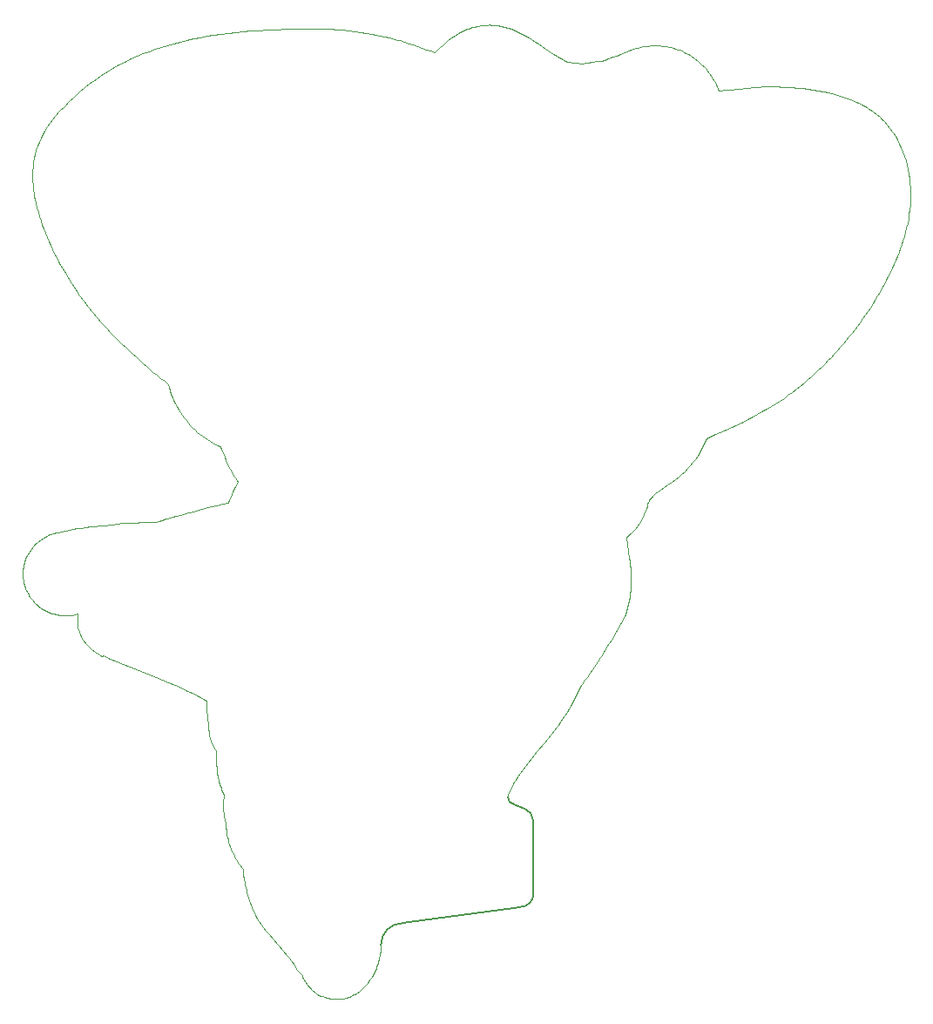
<source format=gm1>
G04 #@! TF.GenerationSoftware,KiCad,Pcbnew,8.0.3*
G04 #@! TF.CreationDate,2024-07-03T11:21:14-05:00*
G04 #@! TF.ProjectId,JiggleBilly,4a696767-6c65-4426-996c-6c792e6b6963,rev?*
G04 #@! TF.SameCoordinates,Original*
G04 #@! TF.FileFunction,Profile,NP*
%FSLAX46Y46*%
G04 Gerber Fmt 4.6, Leading zero omitted, Abs format (unit mm)*
G04 Created by KiCad (PCBNEW 8.0.3) date 2024-07-03 11:21:14*
%MOMM*%
%LPD*%
G01*
G04 APERTURE LIST*
G04 #@! TA.AperFunction,Profile*
%ADD10C,0.100000*%
G04 #@! TD*
G04 #@! TA.AperFunction,Profile*
%ADD11C,0.150000*%
G04 #@! TD*
G04 APERTURE END LIST*
D10*
X163243332Y-76366830D02*
X163346379Y-75926813D01*
X78353700Y-112602153D02*
X78455221Y-112715957D01*
X155615025Y-89247065D02*
X155922433Y-88927722D01*
X132720390Y-60291941D02*
X132207928Y-60355817D01*
X136485275Y-110184869D02*
X136472785Y-109831662D01*
D11*
X127000000Y-141097000D02*
X126980804Y-133985000D01*
D10*
X78331668Y-71709559D02*
X78363276Y-72248877D01*
X83295445Y-83467268D02*
X83709822Y-84012866D01*
X108461848Y-57153119D02*
X107883463Y-57108471D01*
X136590405Y-105926604D02*
X136718434Y-105799269D01*
X82380021Y-63607927D02*
X81891429Y-64065396D01*
X126788728Y-127941690D02*
X127319233Y-127274482D01*
X97251888Y-135574854D02*
X97306465Y-135803155D01*
X129516890Y-59876454D02*
X129368738Y-59791726D01*
X154338205Y-90489224D02*
X154664349Y-90184244D01*
X85018077Y-85599280D02*
X85475512Y-86110841D01*
X141435382Y-59198248D02*
X141233103Y-59114387D01*
X163605907Y-74172364D02*
X163632623Y-73735574D01*
X138750937Y-102278646D02*
X138869945Y-102173516D01*
X100542094Y-144063626D02*
X100756516Y-144360279D01*
X111763192Y-148159166D02*
X111825645Y-147985338D01*
X131243373Y-121660984D02*
X131668055Y-120838337D01*
X104939629Y-149833604D02*
X105032476Y-149956082D01*
X136336081Y-112269764D02*
X136387432Y-111926965D01*
X160092917Y-65149722D02*
X159926375Y-65027522D01*
X145292906Y-63043246D02*
X145038582Y-63087553D01*
X145774142Y-62975519D02*
X145537861Y-63005948D01*
X83780602Y-117061656D02*
X83962410Y-117235137D01*
X163346379Y-75926813D02*
X163434508Y-75487281D01*
X80493588Y-65537105D02*
X80215013Y-65872339D01*
X117402018Y-59366039D02*
X116983235Y-59199011D01*
X142923155Y-60112666D02*
X142750715Y-59975269D01*
X77394524Y-109544030D02*
X77380819Y-109695652D01*
X90274274Y-120030263D02*
X90907028Y-120282157D01*
X136492561Y-59077783D02*
X136278139Y-59152761D01*
X125053224Y-130383956D02*
X125153149Y-130208046D01*
X130250715Y-123441940D02*
X130447442Y-123125858D01*
X129074167Y-59603708D02*
X128927749Y-59500313D01*
X107448025Y-151293968D02*
X107641630Y-151309581D01*
X87858863Y-59963299D02*
X87264170Y-60250514D01*
X96883067Y-133282476D02*
X96923592Y-133561434D01*
X136387432Y-111926965D02*
X136428373Y-111582085D01*
X107837317Y-151314785D02*
X107985123Y-151311663D01*
X126469870Y-128360820D02*
X126788728Y-127941690D01*
X108278999Y-151287028D02*
X108424723Y-151265517D01*
X112026189Y-147262269D02*
X112064008Y-147074563D01*
X119662476Y-57504935D02*
X119335637Y-57702457D01*
X90240237Y-59011027D02*
X89654947Y-59220558D01*
X134546105Y-116461411D02*
X134663031Y-116276828D01*
X139326200Y-101832453D02*
X139683571Y-101600682D01*
X122916632Y-56665710D02*
X122709149Y-56661817D01*
X78467434Y-107213486D02*
X78365705Y-107326249D01*
X113535127Y-58047247D02*
X113025786Y-57928662D01*
X144526813Y-62034385D02*
X144405377Y-61829746D01*
X163139243Y-76786619D02*
X163243332Y-76366830D01*
X121091612Y-56893480D02*
X120902518Y-56951711D01*
X81564556Y-114036841D02*
X81771727Y-114028861D01*
D11*
X126125540Y-132798383D02*
G75*
G02*
X126980804Y-133985000I-395540J-1186617D01*
G01*
D10*
X144146890Y-61437888D02*
X144009840Y-61250840D01*
X80215013Y-65872339D02*
X79955416Y-66214687D01*
X161561954Y-66588989D02*
X161431496Y-66427791D01*
X85065507Y-117973819D02*
X85235518Y-117953695D01*
X162911289Y-77599655D02*
X163028562Y-77197665D01*
X124853027Y-130764226D02*
X125053224Y-130383956D01*
X95242596Y-123158125D02*
X95307339Y-123919360D01*
X138869945Y-102173516D02*
X139057998Y-102023976D01*
X96837060Y-132656210D02*
X96852777Y-132980272D01*
X160194229Y-83359363D02*
X160420102Y-82983603D01*
X77513428Y-111030415D02*
X77555514Y-111173017D01*
X152607905Y-62773344D02*
X152115219Y-62733582D01*
X111935632Y-147629355D02*
X111983166Y-147447200D01*
X99621257Y-142390576D02*
X99716671Y-142615060D01*
X111093902Y-149434598D02*
X111193827Y-149286792D01*
X134663031Y-116276828D02*
X134872943Y-115917722D01*
X110524537Y-150119501D02*
X110647362Y-149990084D01*
X163178103Y-69855914D02*
X163050421Y-69432100D01*
X136449538Y-109476719D02*
X136415536Y-109120389D01*
X138104894Y-103189768D02*
X138154509Y-103057575D01*
X147369820Y-95217622D02*
X147834402Y-94986545D01*
X97369543Y-136031456D02*
X97441017Y-136259063D01*
X109533614Y-150885593D02*
X109661643Y-150813425D01*
X95461494Y-125426910D02*
X95511041Y-125713847D01*
X77398792Y-110446478D02*
X77419262Y-110594284D01*
X83069157Y-105526210D02*
X82651206Y-105590398D01*
X155302759Y-89562905D02*
X155615025Y-89247065D01*
X92162163Y-120806417D02*
X92782289Y-121083639D01*
X83095457Y-116306319D02*
X83601327Y-116871868D01*
X141689705Y-100035536D02*
X141970050Y-99747211D01*
X96617607Y-97702911D02*
X96662365Y-97820184D01*
X133176992Y-60218281D02*
X132720390Y-60291941D01*
X155189997Y-63143587D02*
X154662961Y-63042309D01*
X157942793Y-86596310D02*
X158212383Y-86249765D01*
X94569074Y-96414988D02*
X94811704Y-96605817D01*
X159582882Y-64795439D02*
X159405932Y-64685591D01*
X77779409Y-108212390D02*
X77714943Y-108351522D01*
X130307617Y-60231709D02*
X130120604Y-60155030D01*
X162787423Y-77992277D02*
X162911289Y-77599655D01*
X95059990Y-96786584D02*
X95313758Y-96957984D01*
X77414093Y-109392408D02*
X77394524Y-109544030D01*
X109615497Y-57285297D02*
X109039887Y-57212140D01*
X143255892Y-60406682D02*
X143091779Y-60256482D01*
X139956630Y-58759792D02*
X139733880Y-58726033D01*
X124511963Y-131443231D02*
X124641380Y-131185438D01*
X158087476Y-64026467D02*
X157828296Y-63920123D01*
X139051406Y-58669339D02*
X138819289Y-58665522D01*
X94811704Y-96605817D02*
X95059990Y-96786584D01*
X90906265Y-104774343D02*
X90588899Y-104887800D01*
X93395960Y-121374393D02*
X94002068Y-121680414D01*
X96619376Y-57521040D02*
X95934300Y-57621365D01*
X156225331Y-88604908D02*
X156523372Y-88278660D01*
X78573327Y-107104193D02*
X78467434Y-107213486D01*
X79291018Y-113414044D02*
X79459919Y-113515357D01*
X98048582Y-101533024D02*
X97799359Y-102018077D01*
X96908014Y-131438373D02*
X96891915Y-131687145D01*
X138129528Y-58701676D02*
X137881797Y-58733492D01*
X78361785Y-70427118D02*
X78332362Y-70848573D01*
X139057998Y-102023976D02*
X139326200Y-101832453D01*
X78914946Y-106800602D02*
X78797187Y-106897751D01*
X133273448Y-118481424D02*
X133514933Y-118122319D01*
X85251236Y-105274663D02*
X83938921Y-105418652D01*
X82690899Y-113889382D02*
X82672961Y-114113173D01*
X77776043Y-111725033D02*
X77843909Y-111857920D01*
X137733297Y-104228572D02*
X137843631Y-103954125D01*
X83390444Y-62743089D02*
X82879716Y-63167146D01*
X158855650Y-64381374D02*
X158601674Y-64256919D01*
X87569150Y-105033871D02*
X87119834Y-105061281D01*
X140608225Y-58904891D02*
X140393802Y-58849308D01*
X134293516Y-116822599D02*
X134422586Y-116644607D01*
X133575999Y-117966186D02*
X134160283Y-116991222D01*
X158601674Y-64256919D02*
X158345616Y-64138674D01*
X95572869Y-97118974D02*
X95837185Y-97269902D01*
X151319982Y-92913794D02*
X151725234Y-92627898D01*
X136035612Y-106388411D02*
X136180296Y-106280159D01*
X163434508Y-75487281D02*
X163507023Y-75048270D01*
X92049713Y-58449296D02*
X91437360Y-58625448D01*
X136458559Y-111235470D02*
X136478336Y-110887120D01*
X91942085Y-104490182D02*
X91634885Y-104563738D01*
X84987510Y-61572301D02*
X84444445Y-61945597D01*
X123869737Y-56783361D02*
X123535265Y-56723576D01*
X84571259Y-85078976D02*
X85018077Y-85599280D01*
X98298637Y-101078157D02*
X98048582Y-101533024D01*
X153110306Y-62822786D02*
X152607905Y-62773344D01*
X81749140Y-81204313D02*
X82118828Y-81781900D01*
X79493332Y-66920442D02*
X79290914Y-67283642D01*
X128185944Y-58968281D02*
X127832390Y-58723812D01*
X163564271Y-74609953D02*
X163605907Y-74172364D01*
X101109862Y-57130729D02*
X100278125Y-57173537D01*
X136841952Y-105667077D02*
X136960266Y-105530374D01*
X158212383Y-86249765D02*
X158477115Y-85899888D01*
X150062245Y-93736788D02*
X150488315Y-93468587D01*
X111882894Y-147809081D02*
X111935632Y-147629355D01*
X78322300Y-71276064D02*
X78331668Y-71709559D01*
X92021297Y-93129605D02*
X92163274Y-93430074D01*
X160641117Y-82604686D02*
X160856927Y-82222646D01*
X124641380Y-131185438D02*
X124853027Y-130764226D01*
X79874643Y-77674564D02*
X80050518Y-78073189D01*
X155922433Y-88927722D02*
X156225331Y-88604908D01*
X79633435Y-113607649D02*
X79811253Y-113691267D01*
X163534086Y-71567096D02*
X163468163Y-71137071D01*
X79557658Y-106378696D02*
X79422309Y-106454333D01*
X157668346Y-86939525D02*
X157942793Y-86596310D01*
X91137064Y-91261908D02*
X91518653Y-91548846D01*
X107067755Y-151232208D02*
X107256502Y-151267945D01*
X153645669Y-91111327D02*
X154007550Y-90791081D01*
X114888279Y-58447977D02*
X114469495Y-58314949D01*
X130630985Y-122811857D02*
X130799262Y-122503408D01*
X163619785Y-72431066D02*
X163584742Y-71998439D01*
X149739917Y-62654198D02*
X149327033Y-62667937D01*
X78943397Y-68030374D02*
X78798367Y-68413732D01*
X96923592Y-133561434D02*
X96970016Y-133814716D01*
X152899353Y-91734818D02*
X153276154Y-91425674D01*
X154985983Y-89875101D02*
X155302759Y-89562905D01*
X122496808Y-56665724D02*
X122287590Y-56677274D01*
X163639215Y-72864873D02*
X163619785Y-72431066D01*
X121478822Y-56795064D02*
X121283829Y-56841182D01*
X125212480Y-57201818D02*
X124876621Y-57070496D01*
X131782205Y-120609689D02*
X131888376Y-120380000D01*
X141633844Y-59289013D02*
X141435382Y-59198248D01*
X163290171Y-70281394D02*
X163178103Y-69855914D01*
X158736989Y-85546716D02*
X158992006Y-85190247D01*
X119335637Y-57702457D02*
X119021290Y-57913930D01*
X112060538Y-57735664D02*
X111678880Y-57662584D01*
X79248377Y-76055917D02*
X79393337Y-76464048D01*
X92238599Y-104410380D02*
X91942085Y-104490182D01*
X77372978Y-109846928D02*
X77370896Y-109997856D01*
X124519167Y-131699000D02*
X124511963Y-131443231D01*
X84330815Y-117535953D02*
X84515884Y-117664676D01*
X136321162Y-106167049D02*
X136458212Y-106049429D01*
X161159478Y-66116705D02*
X161017917Y-65966852D01*
X160255989Y-65275981D02*
X160092917Y-65149722D01*
X136428373Y-111582085D02*
X136458559Y-111235470D01*
X108424723Y-151265517D02*
X108569060Y-151238107D01*
X114051406Y-58187756D02*
X113792573Y-58114422D01*
X99998890Y-143189629D02*
X100163628Y-143478995D01*
X106175369Y-150907105D02*
X106345727Y-150991070D01*
X135100550Y-59630424D02*
X134712993Y-59795925D01*
X96840252Y-132312023D02*
X96836019Y-132486545D01*
X77994525Y-112116753D02*
X78077137Y-112242354D01*
X123535265Y-56723576D02*
X123330558Y-56696655D01*
X154662961Y-63042309D02*
X154139396Y-62955950D01*
X157567380Y-63819504D02*
X157305424Y-63724437D01*
X113025786Y-57928662D02*
X112532060Y-57826600D01*
X78408347Y-72731605D02*
X78436277Y-72954597D01*
X160723694Y-65678735D02*
X160571377Y-65540505D01*
X100756516Y-144360279D02*
X100988183Y-144660401D01*
X150488315Y-93468587D02*
X150907445Y-93194140D01*
X93580995Y-104015191D02*
X93450884Y-104041560D01*
X79696235Y-106308262D02*
X79557658Y-106378696D01*
X91254858Y-104664010D02*
X90906265Y-104774343D01*
X106345727Y-150991070D02*
X106520596Y-151065667D01*
X142393344Y-59719940D02*
X142209107Y-59602146D01*
X104770381Y-149578240D02*
X104852229Y-149707657D01*
X98176784Y-137838434D02*
X98315292Y-138061184D01*
X150435923Y-62651457D02*
X150156272Y-62649340D01*
X142574111Y-59844326D02*
X142393344Y-59719940D01*
X136936326Y-58939484D02*
X136711841Y-59006413D01*
X80948109Y-65030055D02*
X80493588Y-65537105D01*
X129005468Y-125208323D02*
X129276099Y-124877669D01*
X82898382Y-115666522D02*
X83095457Y-116306319D01*
X95307339Y-123919360D02*
X95372915Y-124590037D01*
X105543135Y-150482423D02*
X105693092Y-150601778D01*
X96153024Y-127159638D02*
X96185639Y-128308082D01*
X124204902Y-56861174D02*
X123869737Y-56783361D01*
X110028035Y-150565347D02*
X110129001Y-150484852D01*
X120001804Y-57323317D02*
X119830752Y-57412015D01*
X91893094Y-92823584D02*
X92021297Y-93129605D01*
X95091668Y-103591203D02*
X93580995Y-104015191D01*
X107307506Y-57078435D02*
X106735365Y-57063252D01*
X77713208Y-111590065D02*
X77776043Y-111725033D01*
X78175188Y-107562877D02*
X78086644Y-107686396D01*
X96662365Y-97820184D02*
X96973243Y-98628953D01*
X111696228Y-148329871D02*
X111763192Y-148159166D01*
X84700503Y-117780214D02*
X84883976Y-117882915D01*
X130401643Y-60272997D02*
X130307617Y-60231709D01*
X146918076Y-62863069D02*
X146001749Y-62951891D01*
X121877481Y-56722344D02*
X121676590Y-56755368D01*
X92361424Y-104377419D02*
X92238599Y-104410380D01*
X103736920Y-148016564D02*
X103973583Y-148361098D01*
X98046570Y-137614644D02*
X98176784Y-137838434D01*
X77923398Y-107943147D02*
X77848940Y-108076381D01*
X109268535Y-151014316D02*
X109402462Y-150952557D01*
X92163274Y-93430074D02*
X92319094Y-93724645D01*
X138638521Y-58667604D02*
X138381769Y-58679401D01*
X98879452Y-139698151D02*
X98923377Y-139959066D01*
X162656966Y-78375150D02*
X162787423Y-77992277D01*
X105032476Y-149956082D02*
X105130666Y-150074743D01*
X125547992Y-57350790D02*
X125212480Y-57201818D01*
X83912066Y-62335895D02*
X83390444Y-62743089D01*
X137950843Y-103657820D02*
X138056319Y-103338268D01*
X150907445Y-93194140D02*
X151319982Y-92913794D01*
X79161567Y-106618446D02*
X79036452Y-106707269D01*
X82499827Y-82351681D02*
X82892067Y-82913517D01*
X136472785Y-109831662D02*
X136449538Y-109476719D01*
X91440934Y-104611965D02*
X91254858Y-104664010D01*
X78798367Y-68413732D02*
X78672558Y-68803613D01*
X78455221Y-112715957D02*
X78561322Y-112826638D01*
X142235129Y-99451599D02*
X142484595Y-99148008D01*
X103973583Y-148361098D02*
X104162365Y-148625483D01*
X93450884Y-104041560D02*
X92674383Y-104283392D01*
X110879827Y-149719454D02*
X110989120Y-149578934D01*
X97063106Y-134239050D02*
X97106476Y-134429533D01*
X151165931Y-62677722D02*
X150712799Y-62659055D01*
X106881783Y-151186409D02*
X107067755Y-151232208D01*
X134497530Y-59878814D02*
X134238696Y-59965138D01*
X79955416Y-66214687D02*
X79714867Y-66564078D01*
X147708108Y-62785314D02*
X146918076Y-62863069D01*
X140413926Y-101110425D02*
X140756030Y-100853673D01*
X97315937Y-57431327D02*
X96619376Y-57521040D01*
X110187290Y-57372346D02*
X109615497Y-57285297D01*
X142718447Y-98836783D02*
X142936687Y-98517925D01*
X137881797Y-58733492D02*
X137638230Y-58774052D01*
X79993130Y-113766211D02*
X80178859Y-113831786D01*
X136478336Y-110887120D02*
X136487357Y-110536688D01*
X79811253Y-113691267D02*
X79993130Y-113766211D01*
X85235518Y-117953695D02*
X85852625Y-118241327D01*
X96634816Y-130806902D02*
X96696853Y-130971015D01*
X132207928Y-60355817D02*
X131637869Y-60407272D01*
X92488759Y-94013664D02*
X92666126Y-94291928D01*
X80756377Y-113975082D02*
X80954840Y-114004227D01*
X133514933Y-118122319D02*
X133575999Y-117966186D01*
X81414113Y-64539485D02*
X80948109Y-65030055D01*
X144950454Y-62878335D02*
X144855733Y-62668111D01*
X89515919Y-104964132D02*
X89335221Y-104976275D01*
X107641630Y-151309581D02*
X107837317Y-151314785D01*
X95313758Y-96957984D02*
X95572869Y-97118974D01*
X78860404Y-74818685D02*
X78981910Y-75233166D01*
X161861729Y-80266023D02*
X162047701Y-79865560D01*
X131888376Y-120380000D02*
X131928623Y-120340794D01*
X161067880Y-81837484D02*
X161273628Y-81449198D01*
X103787889Y-57056243D02*
X102864970Y-57072058D01*
X137073376Y-105388813D02*
X137109460Y-105340585D01*
X96850314Y-132132991D02*
X96840252Y-132312023D01*
X84883976Y-117882915D02*
X85065507Y-117973819D01*
X140393802Y-58849308D02*
X140176604Y-58800907D01*
X125973714Y-129044682D02*
X126469870Y-128360820D01*
X77509403Y-108934418D02*
X77471688Y-109086387D01*
X154007550Y-90791081D02*
X154338205Y-90489224D01*
X105693092Y-150601778D02*
X105848531Y-150712459D01*
X130120604Y-60155030D02*
X129967594Y-60094312D01*
X96191537Y-128435070D02*
X96228940Y-128890284D01*
X96833382Y-131286404D02*
X96908014Y-131438373D01*
X89003977Y-119535842D02*
X90274274Y-120030263D01*
X138154509Y-103057575D02*
X138210023Y-102935792D01*
X163468163Y-71137071D02*
X163386974Y-70708469D01*
X161273628Y-81449198D02*
X161474866Y-81057860D01*
X90302551Y-104997440D02*
X90023906Y-104970030D01*
X93241007Y-95077796D02*
X93446374Y-95322752D01*
X103405189Y-147533940D02*
X103736920Y-148016564D01*
X93042406Y-94824167D02*
X93241007Y-95077796D01*
X80280415Y-106075104D02*
X80130111Y-106125760D01*
X115307062Y-58586797D02*
X114888279Y-58447977D01*
X98149513Y-100876225D02*
X98298637Y-101078157D01*
X105399215Y-150354741D02*
X105543135Y-150482423D01*
X92599752Y-104309414D02*
X92361424Y-104377419D01*
X159242166Y-84830517D02*
X159487468Y-84467560D01*
X78268244Y-107442828D02*
X78175188Y-107562877D01*
X78256794Y-112485227D02*
X78353700Y-112602153D01*
X139683571Y-101600682D02*
X140056208Y-101359543D01*
X98744622Y-57283503D02*
X98024260Y-57352167D01*
X91536695Y-120539950D02*
X92162163Y-120806417D01*
X95260465Y-57732354D02*
X94597524Y-57854068D01*
X78410533Y-70011839D02*
X78361785Y-70427118D01*
X122287590Y-56677274D02*
X122081148Y-56696229D01*
X127489938Y-58493221D02*
X127157549Y-58276047D01*
X159225859Y-64579941D02*
X159042316Y-64478524D01*
X82720738Y-115203674D02*
X82898382Y-115666522D01*
X144278389Y-61630868D02*
X144146890Y-61437888D01*
X94599502Y-122004823D02*
X94894593Y-122174488D01*
X96522886Y-130465839D02*
X96576839Y-130638626D01*
X149190330Y-94255497D02*
X149629584Y-93999092D01*
X101237406Y-144964340D02*
X102141762Y-146021186D01*
X135471799Y-59471585D02*
X135100550Y-59630424D01*
X98751423Y-138624997D02*
X98805896Y-139167646D01*
X88463548Y-59693571D02*
X87858863Y-59963299D01*
X99025419Y-140471529D02*
X99083500Y-140722729D01*
X156778736Y-63550227D02*
X156249272Y-63396245D01*
X143415841Y-60563162D02*
X143255892Y-60406682D01*
X128927749Y-59500313D02*
X128185944Y-58968281D01*
X77383872Y-110297978D02*
X77398792Y-110446478D01*
X93303391Y-58129889D02*
X92671608Y-58284111D01*
X158992006Y-85190247D02*
X159242166Y-84830517D01*
X163584742Y-71998439D02*
X163534086Y-71567096D01*
X100278125Y-57173537D02*
X99477267Y-57225283D01*
X94332272Y-96214791D02*
X94569074Y-96414988D01*
X93876746Y-95786987D02*
X94101438Y-96005573D01*
X97725109Y-100201037D02*
X97862541Y-100438706D01*
X153276154Y-91425674D02*
X153645669Y-91111327D01*
X81155870Y-114024350D02*
X81359189Y-114035453D01*
X137399520Y-58822453D02*
X137165668Y-58877898D01*
X78787091Y-113037243D02*
X78906584Y-113137516D01*
X95837185Y-97269902D02*
X96106532Y-97410769D01*
X161688595Y-66753866D02*
X161561954Y-66588989D01*
X97205777Y-135346206D02*
X97251888Y-135574854D01*
X82669526Y-114522588D02*
X82680490Y-114706478D01*
X163507023Y-75048270D02*
X163564271Y-74609953D01*
X77374539Y-110148438D02*
X77383872Y-110297978D01*
X131300275Y-60385031D02*
X130932842Y-60344784D01*
X95430997Y-125127134D02*
X95443799Y-125278757D01*
X78086644Y-107686396D02*
X78002644Y-107813384D01*
X85541122Y-61216075D02*
X84987510Y-61572301D01*
X112096969Y-146884427D02*
X112125073Y-146691517D01*
X77419262Y-110594284D02*
X77445215Y-110741049D01*
X141028049Y-59037500D02*
X140819524Y-58967657D01*
X97440080Y-102795619D02*
X97327144Y-103067290D01*
X142936687Y-98517925D02*
X143139659Y-98191780D01*
X107256502Y-151267945D02*
X107448025Y-151293968D01*
X90907028Y-120282157D02*
X91536695Y-120539950D01*
X87103388Y-118780852D02*
X87734755Y-119037257D01*
X77476615Y-110886426D02*
X77513428Y-111030415D01*
X103099204Y-147107871D02*
X103231084Y-147286556D01*
X95934300Y-57621365D02*
X95260465Y-57732354D01*
X109132526Y-151070177D02*
X109268535Y-151014316D01*
X129276099Y-124877669D02*
X129394760Y-124717025D01*
X108712702Y-151204798D02*
X108854262Y-151165592D01*
X77848940Y-108076381D02*
X77779409Y-108212390D01*
X77471688Y-109086387D02*
X77439629Y-109240438D01*
X88406404Y-105010972D02*
X87999140Y-105018952D01*
X109787243Y-150736053D02*
X109909374Y-150653129D01*
X98024260Y-57352167D02*
X97315937Y-57431327D01*
X143139659Y-98191780D02*
X143326672Y-97857656D01*
X78746808Y-74402227D02*
X78860404Y-74818685D01*
X159487468Y-84467560D02*
X159728260Y-84101376D01*
X80560726Y-113936569D02*
X80756377Y-113975082D01*
X96770582Y-103189421D02*
X96212286Y-103317450D01*
X98923377Y-139959066D02*
X98972021Y-140216859D01*
X162228468Y-79462078D02*
X162377661Y-79110362D01*
X97811225Y-137164981D02*
X97924716Y-137390159D01*
X96891915Y-131687145D02*
X96866725Y-131949448D01*
X83498522Y-105468267D02*
X83069157Y-105526210D01*
X111193827Y-149286792D02*
X111289242Y-149135517D01*
X161297569Y-66270374D02*
X161159478Y-66116705D01*
X125882810Y-57517321D02*
X125547992Y-57350790D01*
X159405932Y-64685591D02*
X159225859Y-64579941D01*
X86888966Y-105081752D02*
X86654593Y-105107774D01*
X162377661Y-79110362D02*
X162520263Y-78747961D01*
X137109460Y-105340585D02*
X137246857Y-105146981D01*
X84135128Y-84550137D02*
X84571259Y-85078976D01*
X97306465Y-135803155D02*
X97369543Y-136031456D01*
X80178859Y-113831786D02*
X80368127Y-113888688D01*
X78436277Y-72954597D02*
X78467990Y-73166869D01*
X79459919Y-113515357D02*
X79633435Y-113607649D01*
X110129001Y-150484852D02*
X110265357Y-150366885D01*
X163050421Y-69432100D02*
X163050421Y-69432100D01*
X82651206Y-105590398D02*
X82245053Y-105659444D01*
X77601452Y-108637765D02*
X77552704Y-108784877D01*
X117639340Y-59111993D02*
X117402018Y-59366039D01*
X87119834Y-105061281D02*
X86888966Y-105081752D01*
X89078122Y-59441329D02*
X88463548Y-59693571D01*
X137376967Y-104940885D02*
X137500833Y-104720217D01*
X137638230Y-58774052D02*
X137399520Y-58822453D01*
X78478607Y-69602771D02*
X78410533Y-70011839D01*
X95578594Y-125987947D02*
X95663218Y-126248516D01*
X96009799Y-126951808D02*
X96153024Y-127159638D01*
X138056319Y-103338268D02*
X138104894Y-103189768D01*
X105261610Y-150218732D02*
X105399215Y-150354741D01*
X83962410Y-117235137D02*
X84146092Y-117393004D01*
X109909374Y-150653129D02*
X110028035Y-150565347D01*
X78641089Y-73983895D02*
X78746808Y-74402227D01*
X137246857Y-105146981D02*
X137376967Y-104940885D01*
X84515884Y-117664676D02*
X84700503Y-117780214D01*
X79837900Y-106242340D02*
X79696235Y-106308262D01*
D11*
X114300000Y-143925554D02*
X125730000Y-142367000D01*
D10*
X127157549Y-58276047D02*
X126834874Y-58071940D01*
X91778770Y-92512359D02*
X91893094Y-92823584D01*
X146001749Y-62951891D02*
X145774142Y-62975519D01*
X80130111Y-106125760D02*
X79982583Y-106181621D01*
X139733880Y-58726033D02*
X139509049Y-58699629D01*
X97609328Y-136713236D02*
X97706096Y-136939456D01*
X96228940Y-128890284D02*
X96280325Y-129319129D01*
X87918228Y-88534093D02*
X88444882Y-89005684D01*
X81044217Y-80026238D02*
X81390902Y-80619057D01*
X94301947Y-121840363D02*
X94599502Y-122004823D01*
X141393747Y-100315882D02*
X141689705Y-100035536D01*
X82892067Y-82913517D02*
X83295445Y-83467268D01*
X79714867Y-66564078D02*
X79493332Y-66920442D01*
X86679574Y-60555112D02*
X86105178Y-60876989D01*
D11*
X125152384Y-132398377D02*
G75*
G02*
X124519167Y-131699000I69616J699377D01*
G01*
D10*
X142209107Y-59602146D02*
X142021054Y-59491014D01*
X112532060Y-57826600D02*
X112060538Y-57735664D01*
X80954840Y-114004227D02*
X81155870Y-114024350D01*
X136200766Y-112949462D02*
X136273628Y-112610827D01*
X90834305Y-58812704D02*
X90240237Y-59011027D01*
X78797187Y-106897751D02*
X78683280Y-106999064D01*
X96973243Y-98628953D02*
X97120875Y-98994304D01*
X160856927Y-82222646D02*
X161067880Y-81837484D01*
X118153538Y-58612472D02*
X117889847Y-58860133D01*
X77445215Y-110741049D02*
X77476615Y-110886426D01*
X160571377Y-65540505D02*
X160415244Y-65406265D01*
X77602909Y-111313883D02*
X77655474Y-111453015D01*
X111825645Y-147985338D02*
X111882894Y-147809081D01*
X144405377Y-61829746D02*
X144278389Y-61630868D01*
X95763941Y-126496246D02*
X95879792Y-126730793D01*
X150712799Y-62659055D02*
X150435923Y-62651457D01*
X136117148Y-113286015D02*
X136200766Y-112949462D01*
X98519444Y-138354020D02*
X98632103Y-138492458D01*
X154139396Y-62955950D02*
X153621381Y-62883227D01*
X160415244Y-65406265D02*
X160255989Y-65275981D01*
X157828296Y-63920123D02*
X157567380Y-63819504D01*
X137619147Y-104483589D02*
X137733297Y-104228572D01*
X95879792Y-126730793D02*
X96009799Y-126951808D01*
X81980459Y-114011166D02*
X82190476Y-113984103D01*
X144643393Y-62244782D02*
X144526813Y-62034385D01*
X137843631Y-103954125D02*
X137950843Y-103657820D01*
X82245053Y-105659444D02*
X81469870Y-105806555D01*
X154664349Y-90184244D02*
X154985983Y-89875101D01*
X161431496Y-66427791D02*
X161297569Y-66270374D01*
X119830752Y-57412015D02*
X119662476Y-57504935D01*
X136458212Y-106049429D02*
X136590405Y-105926604D01*
X86910477Y-87592230D02*
X87409304Y-88067811D01*
X93446374Y-95322752D02*
X93658333Y-95559380D01*
X134422586Y-116644607D02*
X134546105Y-116461411D01*
X99083500Y-140722729D02*
X99146300Y-140971154D01*
X146460780Y-95649937D02*
X147369820Y-95217622D01*
X157305424Y-63724437D02*
X157042427Y-63634712D01*
X145038582Y-63087553D02*
X144950454Y-62878335D01*
D11*
X127000000Y-141097000D02*
G75*
G02*
X125730000Y-142367000I-1270000J0D01*
G01*
D10*
X163386974Y-70708469D02*
X163290171Y-70281394D01*
X144855733Y-62668111D02*
X144753380Y-62456915D01*
X89708552Y-104959274D02*
X89515919Y-104964132D01*
X112147973Y-146496177D02*
X112176078Y-146097171D01*
X143794377Y-96811913D02*
X144671497Y-96447602D01*
X159756363Y-64909416D02*
X159582882Y-64795439D01*
X100163628Y-143478995D02*
X100344568Y-143770097D01*
X161930774Y-67094617D02*
X161811766Y-66922420D01*
X81469870Y-105806555D02*
X80746871Y-105954708D01*
X120352930Y-57159565D02*
X120175979Y-57239085D01*
X105848531Y-150712459D02*
X106009521Y-150814119D01*
X96763018Y-131130618D02*
X96833382Y-131286404D01*
X99285987Y-141457595D02*
X99362839Y-141695958D01*
X137500833Y-104720217D02*
X137619147Y-104483589D01*
X156523372Y-88278660D02*
X156816901Y-87948976D01*
X140056208Y-101359543D02*
X140413926Y-101110425D01*
X97295050Y-99377350D02*
X97496288Y-99779132D01*
X96309886Y-97504449D02*
X96521845Y-97592230D01*
X85475512Y-86110841D02*
X85943459Y-86613624D01*
X124876621Y-57070496D02*
X124540414Y-56956915D01*
X102864970Y-57072058D02*
X101972202Y-57096893D01*
X78565937Y-69199983D02*
X78478607Y-69602771D01*
X99362839Y-141695958D02*
X99444341Y-141930851D01*
X79158617Y-113325916D02*
X79291018Y-113414044D01*
X109402462Y-150952557D02*
X109533614Y-150885593D01*
X111547728Y-148661567D02*
X111624407Y-148497454D01*
X152123893Y-92335756D02*
X152515267Y-92038062D01*
X85852625Y-118241327D02*
X86475630Y-118516467D01*
X97924716Y-137390159D02*
X98046570Y-137614644D01*
X156249272Y-63396245D02*
X155719461Y-63261138D01*
X86475630Y-118516467D02*
X87103388Y-118780852D01*
X96346109Y-129723687D02*
X96426812Y-130105345D01*
X82879716Y-63167146D02*
X82380021Y-63607927D01*
X97496288Y-99779132D02*
X97725109Y-100201037D01*
X78332362Y-70848573D02*
X78322300Y-71276064D01*
X118719086Y-58137391D02*
X118429720Y-58370882D01*
X96521845Y-97592230D02*
X96591931Y-97633865D01*
X90383116Y-90668603D02*
X90758494Y-90968725D01*
X152115219Y-62733582D02*
X151633983Y-62702148D01*
X97106476Y-134429533D02*
X97118481Y-134658874D01*
X132746760Y-119235026D02*
X133273448Y-118481424D01*
X104500930Y-149029000D02*
X104559393Y-149170907D01*
X151633983Y-62702148D02*
X151165931Y-62677722D01*
X97139056Y-134888216D02*
X97168166Y-135117211D01*
X162520263Y-78747961D02*
X162656966Y-78375150D01*
X91678221Y-92195930D02*
X91778770Y-92512359D01*
X112064008Y-147074563D02*
X112096969Y-146884427D01*
X136180296Y-106280159D02*
X136321162Y-106167049D01*
X135864213Y-59310108D02*
X135471799Y-59471585D01*
X99477267Y-57225283D02*
X98744622Y-57283503D01*
X140756030Y-100853673D02*
X141082522Y-100588594D01*
X124540414Y-56956915D02*
X124204902Y-56861174D01*
X106520596Y-151065667D02*
X106699281Y-151130895D01*
X129394760Y-124717025D02*
X129632082Y-124364859D01*
X79982583Y-106181621D02*
X79837900Y-106242340D01*
X79036452Y-106707269D02*
X78914946Y-106800602D01*
X108132234Y-151302295D02*
X108278999Y-151287028D01*
X78467990Y-73166869D02*
X78503623Y-73369529D01*
X99850009Y-142901998D02*
X99998890Y-143189629D01*
X120175979Y-57239085D02*
X120001804Y-57323317D01*
X138358523Y-102699858D02*
X138461918Y-102574257D01*
X161670553Y-80663468D02*
X161861729Y-80266023D01*
X80623977Y-79253311D02*
X80830315Y-79641214D01*
X78672558Y-68803613D02*
X78565937Y-69199983D01*
X113792573Y-58114422D02*
X113535127Y-58047247D01*
X95443799Y-125278757D02*
X95461494Y-125426910D01*
X80050518Y-78073189D02*
X80234026Y-78469211D01*
X110397202Y-150245101D02*
X110524537Y-150119501D01*
X82666438Y-114324473D02*
X82669526Y-114522588D01*
X149327033Y-62667937D02*
X148917618Y-62689241D01*
X117889847Y-58860133D02*
X117639340Y-59111993D01*
X110752144Y-57473049D02*
X110187290Y-57372346D01*
X131996281Y-120259951D02*
X132197519Y-119996954D01*
X135917992Y-113952529D02*
X136022775Y-113620487D01*
X155719461Y-63261138D02*
X155189997Y-63143587D01*
X87264170Y-60250514D02*
X86679574Y-60555112D01*
X134238696Y-59965138D02*
X133934064Y-60052225D01*
X123124115Y-56677343D02*
X122916632Y-56665710D01*
X143326672Y-97857656D02*
X143498071Y-97516592D01*
X138210023Y-102935792D02*
X138276293Y-102818519D01*
X163632623Y-73735574D02*
X163643726Y-73299720D01*
X139509049Y-58699629D02*
X139281442Y-58680719D01*
X97120875Y-98994304D02*
X97295050Y-99377350D01*
X107985123Y-151311663D02*
X108132234Y-151302295D01*
X134712993Y-59795925D02*
X134497530Y-59878814D01*
X140176604Y-58800907D02*
X139956630Y-58759792D01*
X98413725Y-138210031D02*
X98519444Y-138354020D01*
X111309019Y-57587164D02*
X110752144Y-57473049D01*
X136415536Y-109120389D02*
X136371125Y-108762672D01*
X108569060Y-151238107D02*
X108712702Y-151204798D01*
X79030450Y-113233624D02*
X79158617Y-113325916D01*
X79107579Y-67653642D02*
X78943397Y-68030374D01*
X90588899Y-104887800D02*
X90302551Y-104997440D01*
X148511325Y-62716789D02*
X147708108Y-62785314D01*
X136960266Y-105530374D02*
X137073376Y-105388813D01*
X114469495Y-58314949D02*
X114051406Y-58187756D01*
X138819289Y-58665522D02*
X138638521Y-58667604D01*
X87409304Y-88067811D02*
X87918228Y-88534093D01*
D11*
X112176078Y-146097171D02*
G75*
G02*
X114300000Y-143925554I2123922J47171D01*
G01*
D10*
X94597524Y-57854068D02*
X93945271Y-57986559D01*
X130447442Y-123125858D02*
X130630985Y-122811857D01*
X88970113Y-89468254D02*
X89492638Y-89920553D01*
X148292739Y-94749223D02*
X148744830Y-94505309D01*
X120716546Y-57015631D02*
X120533350Y-57084996D01*
X81771727Y-114028861D02*
X81980459Y-114011166D01*
X89492638Y-89920553D02*
X90011103Y-90361542D01*
X111624407Y-148497454D02*
X111696228Y-148329871D01*
X88444882Y-89005684D02*
X88970113Y-89468254D01*
X141233103Y-59114387D02*
X141028049Y-59037500D01*
X78503623Y-73369529D02*
X78543315Y-73563724D01*
X127319233Y-127274482D02*
X128058609Y-126362666D01*
X79111222Y-75645600D02*
X79248377Y-76055917D01*
X141829184Y-59386614D02*
X141633844Y-59289013D01*
X105723277Y-57051813D02*
X104740750Y-57049488D01*
X143091779Y-60256482D02*
X142923155Y-60112666D01*
X157389389Y-87279409D02*
X157668346Y-86939525D01*
X136718434Y-105799269D02*
X136841952Y-105667077D01*
X78164606Y-112365178D02*
X78256794Y-112485227D01*
X77714943Y-108351522D02*
X77655578Y-108493429D01*
X92674383Y-104283392D02*
X92599752Y-104309414D01*
X95187082Y-122349357D02*
X95242596Y-123158125D01*
X162904350Y-69009015D02*
X162741971Y-68598975D01*
X98004067Y-100663538D02*
X98149513Y-100876225D01*
X136711841Y-59006413D02*
X136492561Y-59077783D01*
X94002068Y-121680414D02*
X94301947Y-121840363D01*
X153621381Y-62883227D02*
X153110306Y-62822786D01*
X143571280Y-60725887D02*
X143415841Y-60563162D01*
X129221279Y-59700822D02*
X129074167Y-59603708D01*
X96280325Y-129319129D02*
X96346109Y-129723687D01*
X92319094Y-93724645D02*
X92488759Y-94013664D01*
X83601327Y-116871868D02*
X83780602Y-117061656D01*
X131668055Y-120838337D02*
X131782205Y-120609689D01*
X80433391Y-106029652D02*
X80280415Y-106075104D01*
X157105574Y-87615893D02*
X157389389Y-87279409D01*
X162367946Y-67819074D02*
X162157340Y-67449768D01*
X111466192Y-148822904D02*
X111547728Y-148661567D01*
X96576839Y-130638626D02*
X96634816Y-130806902D01*
X94101438Y-96005573D02*
X94332272Y-96214791D01*
X111380146Y-148980772D02*
X111466192Y-148822904D01*
X80588899Y-105989404D02*
X80433391Y-106029652D01*
X143498071Y-97516592D02*
X143654204Y-97167896D01*
X92666126Y-94291928D02*
X92850744Y-94561864D01*
X92782289Y-121083639D02*
X93395960Y-121374393D01*
X132197519Y-119996954D02*
X132458434Y-119639236D01*
X90023906Y-104970030D02*
X89870583Y-104962050D01*
X86105178Y-60876989D02*
X85541122Y-61216075D01*
X98632103Y-138492458D02*
X98751423Y-138624997D01*
X91591515Y-91874643D02*
X91678221Y-92195930D01*
X157042427Y-63634712D02*
X156778736Y-63550227D01*
X80368127Y-113888688D02*
X80560726Y-113936569D01*
X121283829Y-56841182D02*
X121091612Y-56893480D01*
X160872540Y-65820850D02*
X160723694Y-65678735D01*
X86654593Y-105107774D02*
X85251236Y-105274663D01*
X99444341Y-141930851D02*
X99530491Y-142162622D01*
X82190476Y-113984103D02*
X82401533Y-113947325D01*
X109039887Y-57212140D02*
X108461848Y-57153119D01*
X99213819Y-141216109D02*
X99285987Y-141457595D01*
X78365705Y-107326249D02*
X78268244Y-107442828D01*
X99530491Y-142162622D02*
X99621257Y-142390576D01*
X143654204Y-97167896D02*
X143794377Y-96811913D01*
X142750715Y-59975269D02*
X142574111Y-59844326D01*
X100344568Y-143770097D02*
X100542094Y-144063626D01*
X77555514Y-111173017D02*
X77602909Y-111313883D01*
X125153149Y-130208046D02*
X125254809Y-130040116D01*
X125469579Y-129727157D02*
X125973714Y-129044682D01*
X102141762Y-146021186D02*
X103099204Y-147107871D01*
X108854262Y-151165592D02*
X108994435Y-151120833D01*
X144009840Y-61250840D02*
X143868280Y-61069796D01*
X162562939Y-68202224D02*
X162367946Y-67819074D01*
X139281442Y-58680719D02*
X139051406Y-58669339D01*
X92671608Y-58284111D02*
X92049713Y-58449296D01*
X130799262Y-122503408D02*
X131243373Y-121660984D01*
X136022775Y-113620487D02*
X136117148Y-113286015D01*
X121676590Y-56755368D02*
X121478822Y-56795064D01*
X105130666Y-150074743D02*
X105261610Y-150218732D01*
X123330558Y-56696655D02*
X123124115Y-56677343D01*
X120902518Y-56951711D02*
X120716546Y-57015631D01*
X96185639Y-128308082D02*
X96191537Y-128435070D01*
X138276293Y-102818519D02*
X138358523Y-102699858D01*
X93945271Y-57986559D02*
X93303391Y-58129889D01*
X78363276Y-72248877D02*
X78408347Y-72731605D01*
X104162365Y-148625483D02*
X104329427Y-148838517D01*
X161017917Y-65966852D02*
X160872540Y-65820850D01*
X85943459Y-86613624D02*
X86421816Y-87107455D01*
X110989120Y-149578934D02*
X111093902Y-149434598D01*
X98805896Y-139167646D02*
X98879452Y-139698151D01*
X94894593Y-122174488D02*
X95187082Y-122349357D01*
X143868280Y-61069796D02*
X143722209Y-60894788D01*
X159926375Y-65027522D02*
X159756363Y-64909416D01*
X116145322Y-58881610D02*
X115726192Y-58731376D01*
X130042538Y-123756288D02*
X130250715Y-123441940D01*
X112125073Y-146691517D02*
X112147973Y-146496177D01*
X140819524Y-58967657D02*
X140608225Y-58904891D01*
X115726192Y-58731376D02*
X115307062Y-58586797D01*
X137165668Y-58877898D02*
X136936326Y-58939484D01*
X91634885Y-104563738D02*
X91440934Y-104611965D01*
X144671497Y-96447602D02*
X145560760Y-96060046D01*
X125359939Y-129880167D02*
X125469579Y-129727157D01*
X161811766Y-66922420D02*
X161688595Y-66753866D01*
X82672961Y-114113173D02*
X82666438Y-114324473D01*
X104559393Y-149170907D02*
X104623859Y-149309692D01*
X132458434Y-119639236D02*
X132746760Y-119235026D01*
X80234026Y-78469211D02*
X80425202Y-78862631D01*
X90011103Y-90361542D02*
X90383116Y-90668603D01*
X101972202Y-57096893D02*
X101109862Y-57130729D01*
X111678880Y-57662584D02*
X111309019Y-57587164D01*
X145560760Y-96060046D02*
X146460780Y-95649937D01*
X83938921Y-105418652D02*
X83498522Y-105468267D01*
X151725234Y-92627898D02*
X152123893Y-92335756D01*
X125254809Y-130040116D02*
X125359939Y-129880167D01*
X104623859Y-149309692D02*
X104694223Y-149445701D01*
X109661643Y-150813425D02*
X109787243Y-150736053D01*
X126216935Y-57701315D02*
X125882810Y-57517321D01*
X148917618Y-62689241D02*
X148511325Y-62716789D01*
X106735365Y-57063252D02*
X105723277Y-57051813D01*
X126521567Y-57880493D02*
X126216935Y-57701315D01*
X82118828Y-81781900D02*
X82499827Y-82351681D01*
X89124164Y-104990154D02*
X88896973Y-104999522D01*
X122081148Y-56696229D02*
X121877481Y-56722344D01*
X126834874Y-58071940D02*
X126521567Y-57880493D01*
X96212286Y-103317450D02*
X95652532Y-103451377D01*
X80425202Y-78862631D02*
X80623977Y-79253311D01*
X145537861Y-63005948D02*
X145292906Y-63043246D01*
X131637869Y-60407272D02*
X131527535Y-60402831D01*
X79422309Y-106454333D02*
X79290220Y-106534135D01*
X81891429Y-64065396D02*
X81414113Y-64539485D01*
X97520957Y-136486323D02*
X97609328Y-136713236D01*
X158345616Y-64138674D02*
X158087476Y-64026467D01*
X77370896Y-109997856D02*
X77374539Y-110148438D01*
X97556902Y-102530193D02*
X97440080Y-102795619D01*
D11*
X126125540Y-132798383D02*
X125152384Y-132398377D01*
D10*
X135042607Y-115598170D02*
X135917992Y-113952529D01*
X99716671Y-142615060D02*
X99850009Y-142901998D01*
X111289242Y-149135517D02*
X111380146Y-148980772D01*
X108994435Y-151120833D02*
X109132526Y-151070177D01*
X118429720Y-58370882D02*
X118153538Y-58612472D01*
X136315611Y-108403913D02*
X136035612Y-106388411D01*
X89335221Y-104976275D02*
X89124164Y-104990154D01*
X97168166Y-135117211D02*
X97205777Y-135346206D01*
X82401533Y-113947325D02*
X82438657Y-113940039D01*
X96866725Y-131949448D02*
X96850314Y-132132991D01*
X78981910Y-75233166D02*
X79111222Y-75645600D01*
X78683280Y-106999064D02*
X78573327Y-107104193D01*
X78543315Y-73563724D02*
X78641089Y-73983895D01*
X97862541Y-100438706D02*
X98004067Y-100663538D01*
X95511041Y-125713847D02*
X95578594Y-125987947D01*
X82438657Y-113940039D02*
X82690899Y-113889382D01*
X142484595Y-99148008D02*
X142718447Y-98836783D01*
X77916736Y-111988724D02*
X77994525Y-112116753D01*
X159728260Y-84101376D02*
X159963847Y-83731966D01*
X78561322Y-112826638D02*
X78671969Y-112933849D01*
X87999140Y-105018952D02*
X87569150Y-105033871D01*
X133934064Y-60052225D02*
X133580856Y-60137509D01*
X122709149Y-56661817D02*
X122496808Y-56665724D01*
X110647362Y-149990084D02*
X110766023Y-149856504D01*
X77843909Y-111857920D02*
X77916736Y-111988724D01*
X128058609Y-126362666D02*
X129005468Y-125208323D01*
X96970016Y-133814716D02*
X97063106Y-134239050D01*
X104329427Y-148838517D02*
X104500930Y-149029000D01*
X129967594Y-60094312D02*
X129816319Y-60027695D01*
X134160283Y-116991222D02*
X134293516Y-116822599D01*
X80830315Y-79641214D02*
X81044217Y-80026238D01*
X110265357Y-150366885D02*
X110397202Y-150245101D01*
X143722209Y-60894788D02*
X143571280Y-60725887D01*
X159963847Y-83731966D02*
X160194229Y-83359363D01*
X136273628Y-112610827D02*
X136336081Y-112269764D01*
X98315292Y-138061184D02*
X98413725Y-138210031D01*
X81390902Y-80619057D02*
X81749140Y-81204313D01*
X144753380Y-62456915D02*
X144643393Y-62244782D01*
X77655578Y-108493429D02*
X77601452Y-108637765D01*
X83709822Y-84012866D02*
X84135128Y-84550137D01*
X163050421Y-69432100D02*
X163050421Y-69432100D01*
X77380819Y-109695652D02*
X77372978Y-109846928D01*
X136371125Y-108762672D02*
X136315611Y-108403913D01*
X79290220Y-106534135D02*
X79161567Y-106618446D01*
X84146092Y-117393004D02*
X84330815Y-117535953D01*
X158477115Y-85899888D02*
X158736989Y-85546716D01*
X99146300Y-140971154D02*
X99213819Y-141216109D01*
X96426812Y-130105345D02*
X96522886Y-130465839D01*
X89654947Y-59220558D02*
X89078122Y-59441329D01*
X160420102Y-82983603D02*
X160641117Y-82604686D01*
X104852229Y-149707657D02*
X104939629Y-149833604D01*
X96591931Y-97633865D02*
X96617607Y-97702911D01*
X81359189Y-114035453D02*
X81564556Y-114036841D01*
X106699281Y-151130895D02*
X106881783Y-151186409D01*
X78906584Y-113137516D02*
X79030450Y-113233624D01*
X87734755Y-119037257D02*
X89003977Y-119535842D01*
X84444445Y-61945597D02*
X83912066Y-62335895D01*
X103231084Y-147286556D02*
X103405189Y-147533940D01*
X163643726Y-73299720D02*
X163639215Y-72864873D01*
X96106532Y-97410769D02*
X96309886Y-97504449D01*
X95372915Y-124590037D02*
X95430997Y-125127134D01*
X96852777Y-132980272D02*
X96883067Y-133282476D01*
X78077137Y-112242354D02*
X78164606Y-112365178D01*
X79706505Y-77273441D02*
X79874643Y-77674564D01*
X162047701Y-79865560D02*
X162228468Y-79462078D01*
X131527535Y-60402831D02*
X131300275Y-60385031D01*
X142021054Y-59491014D02*
X141829184Y-59386614D01*
X161474866Y-81057860D02*
X161670553Y-80663468D01*
X97706096Y-136939456D02*
X97811225Y-137164981D01*
X104740750Y-57049488D02*
X103787889Y-57056243D01*
X111983166Y-147447200D02*
X112026189Y-147262269D01*
X95652532Y-103451377D02*
X95091668Y-103591203D01*
X129368738Y-59791726D02*
X129221279Y-59700822D01*
X116564452Y-59037500D02*
X116145322Y-58881610D01*
X120533350Y-57084996D02*
X120352930Y-57159565D01*
X91518653Y-91548846D02*
X91591515Y-91874643D01*
X163028562Y-77197665D02*
X163139243Y-76786619D01*
X78671969Y-112933849D02*
X78787091Y-113037243D01*
X79290914Y-67283642D02*
X79107579Y-67653642D01*
X138590988Y-102435820D02*
X138750937Y-102278646D01*
X97327144Y-103067290D02*
X96770582Y-103189421D01*
X156816901Y-87948976D02*
X157105574Y-87615893D01*
X97118481Y-134658874D02*
X97139056Y-134888216D01*
X89870583Y-104962050D02*
X89708552Y-104959274D01*
X133580856Y-60137509D02*
X133176992Y-60218281D01*
X147834402Y-94986545D02*
X148292739Y-94749223D01*
X138461918Y-102574257D02*
X138590988Y-102435820D01*
X80746871Y-105954708D02*
X80588899Y-105989404D01*
X130932842Y-60344784D02*
X130401643Y-60272997D01*
X138381769Y-58679401D02*
X138129528Y-58701676D01*
X91437360Y-58625448D02*
X90834305Y-58812704D01*
X159042316Y-64478524D02*
X158855650Y-64381374D01*
X129666084Y-59955111D02*
X129516890Y-59876454D01*
X162157340Y-67449768D02*
X161930774Y-67094617D01*
X150156272Y-62649340D02*
X149739917Y-62654198D01*
X96696853Y-130971015D02*
X96763018Y-131130618D01*
X107883463Y-57108471D02*
X107307506Y-57078435D01*
X162741971Y-68598975D02*
X162562939Y-68202224D01*
X149629584Y-93999092D02*
X150062245Y-93736788D01*
X116983235Y-59199011D02*
X116564452Y-59037500D01*
X100988183Y-144660401D02*
X101237406Y-144964340D01*
X152515267Y-92038062D02*
X152899353Y-91734818D01*
X136278139Y-59152761D02*
X135864213Y-59310108D01*
X86421816Y-87107455D02*
X86910477Y-87592230D01*
X104694223Y-149445701D02*
X104770381Y-149578240D01*
X127832390Y-58723812D02*
X127489938Y-58493221D01*
X79546035Y-76869925D02*
X79706505Y-77273441D01*
X129632082Y-124364859D02*
X130042538Y-123756288D01*
X97799359Y-102018077D02*
X97556902Y-102530193D01*
X131928623Y-120340794D02*
X131996281Y-120259951D01*
X90758494Y-90968725D02*
X91137064Y-91261908D01*
X93658333Y-95559380D02*
X93876746Y-95786987D01*
X119021290Y-57913930D02*
X118719086Y-58137391D01*
X77552704Y-108784877D02*
X77509403Y-108934418D01*
X110766023Y-149856504D02*
X110879827Y-149719454D01*
X163050421Y-69432100D02*
X162904350Y-69009015D01*
X129816319Y-60027695D02*
X129666084Y-59955111D01*
X77655474Y-111453015D02*
X77713208Y-111590065D01*
X148744830Y-94505309D02*
X149190330Y-94255497D01*
X96836019Y-132486545D02*
X96837060Y-132656210D01*
X97441017Y-136259063D02*
X97520957Y-136486323D01*
X88896973Y-104999522D02*
X88406404Y-105010972D01*
X78002644Y-107813384D02*
X77923398Y-107943147D01*
X98972021Y-140216859D02*
X99025419Y-140471529D01*
X141082522Y-100588594D02*
X141393747Y-100315882D01*
X106009521Y-150814119D02*
X106175369Y-150907105D01*
X95663218Y-126248516D02*
X95763941Y-126496246D01*
X136487357Y-110536688D02*
X136485275Y-110184869D01*
X77439629Y-109240438D02*
X77414093Y-109392408D01*
X134872943Y-115917722D02*
X135042607Y-115598170D01*
X92850744Y-94561864D02*
X93042406Y-94824167D01*
X79393337Y-76464048D02*
X79546035Y-76869925D01*
X82680490Y-114706478D02*
X82720738Y-115203674D01*
X141970050Y-99747211D02*
X142235129Y-99451599D01*
M02*

</source>
